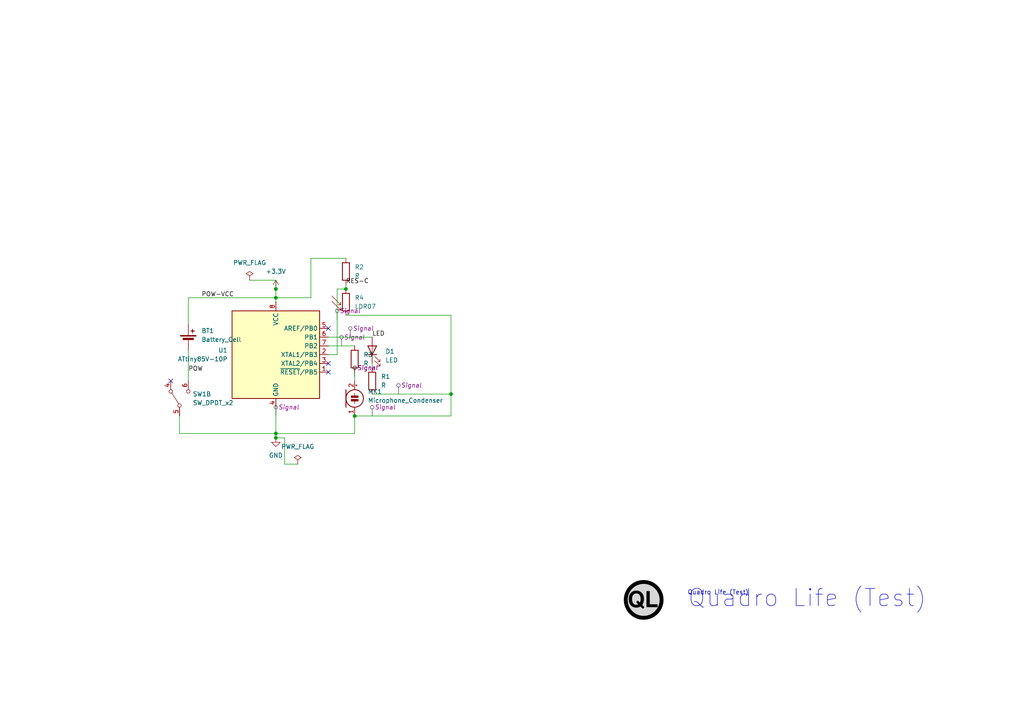
<source format=kicad_sch>
(kicad_sch (version 20230121) (generator eeschema)
  (paper "A4")
  (lib_symbols
    (symbol "Device:Battery_Cell" (pin_numbers hide) (pin_names (offset 0) hide)
      (property "Reference" "BT" (at 2.54 2.54 0))
      (property "Value" "Battery_Cell" (at 2.54 0 0))
      (symbol "Battery_Cell_0_1"
        (rectangle (start -2.286 1.778) (end 2.286 1.524) (fill (type outline)))
        (rectangle (start -1.524 1.016) (end 1.524 0.508) (fill (type outline)))
        (polyline (pts (xy 0 0.762) (xy 0 0)))
        (polyline (pts (xy 0 1.778) (xy 0 2.54)))
        (polyline (pts (xy 0.762 3.048) (xy 1.778 3.048)) (stroke (width 0.254)))
        (polyline (pts (xy 1.27 3.556) (xy 1.27 2.54)) (stroke (width 0.254)))
      )
      (symbol "Battery_Cell_1_1"
        (pin passive line (at 0 5.08 270) (length 2.54) (name "+") (number "1"))
        (pin passive line (at 0 -2.54 90) (length 2.54) (name "-") (number "2"))
      )
    )
    (symbol "Device:LED" (pin_numbers hide) (pin_names (offset 1.016) hide)
      (property "Reference" "D" (at 0 2.54 0))
      (property "Value" "LED" (at 0 -2.54 0))
      (symbol "LED_0_1"
        (polyline (pts (xy -1.27 -1.27) (xy -1.27 1.27)) (stroke (width 0.254)))
        (polyline (pts (xy -1.27 0) (xy 1.27 0)))
        (polyline (pts (xy 1.27 -1.27) (xy 1.27 1.27) (xy -1.27 0) (xy 1.27 -1.27)) (stroke (width 0.254)))
        (polyline (pts (xy -3.048 -0.762) (xy -4.572 -2.286) (xy -3.81 -2.286) (xy -4.572 -2.286) (xy -4.572 -1.524)))
        (polyline (pts (xy -1.778 -0.762) (xy -3.302 -2.286) (xy -2.54 -2.286) (xy -3.302 -2.286) (xy -3.302 -1.524)))
      )
      (symbol "LED_1_1"
        (pin passive line (at -3.81 0 0) (length 2.54) (name "K") (number "1"))
        (pin passive line (at 3.81 0 180) (length 2.54) (name "A") (number "2"))
      )
    )
    (symbol "Device:Microphone_Condenser" (pin_names (offset 0.0254) hide)
      (property "Reference" "MK" (at -3.302 1.27 0))
      (property "Value" "Microphone_Condenser" (at -3.302 -0.635 0))
      (symbol "Microphone_Condenser_0_1"
        (polyline (pts (xy -2.54 2.54) (xy -2.54 -2.54)) (stroke (width 0.254)))
        (polyline (pts (xy 0 -0.762) (xy 0 -1.524)))
        (polyline (pts (xy 0 0.762) (xy 0 1.524)))
        (polyline (pts (xy 0.254 3.81) (xy 0.762 3.81)))
        (polyline (pts (xy 0.508 4.064) (xy 0.508 3.556)))
        (circle (center 0 0) (radius 2.54) (stroke (width 0.254)))
        (rectangle (start 1.016 -0.254) (end -1.016 -0.762) (fill (type outline)))
        (rectangle (start 1.016 0.762) (end -1.016 0.254) (fill (type outline)))
      )
      (symbol "Microphone_Condenser_1_1"
        (pin passive line (at 0 -5.08 90) (length 2.54) (name "-") (number "1"))
        (pin passive line (at 0 5.08 270) (length 2.54) (name "+") (number "2"))
      )
    )
    (symbol "Device:R" (pin_numbers hide) (pin_names (offset 0))
      (property "Reference" "R" (at 2.032 0 90))
      (property "Value" "R" (at 0 0 90))
      (symbol "R_0_1"
        (rectangle (start -1.016 -2.54) (end 1.016 2.54) (stroke (width 0.254)))
      )
      (symbol "R_1_1"
        (pin passive line (at 0 3.81 270) (length 1.27) (name "~") (number "1"))
        (pin passive line (at 0 -3.81 90) (length 1.27) (name "~") (number "2"))
      )
    )
    (symbol "MCU_Microchip_ATtiny:ATtiny85V-10P"
      (property "Reference" "U" (at -12.7 13.97 0))
      (property "Value" "ATtiny85V-10P" (at 2.54 -13.97 0))
      (symbol "ATtiny85V-10P_0_1"
        (rectangle (start -12.7 -12.7) (end 12.7 12.7) (stroke (width 0.254)) (fill (type background)))
      )
      (symbol "ATtiny85V-10P_1_1"
        (pin bidirectional line (at 15.24 -5.08 180) (length 2.54) (name "~{RESET}/PB5") (number "1"))
        (pin bidirectional line (at 15.24 0 180) (length 2.54) (name "XTAL1/PB3") (number "2"))
        (pin bidirectional line (at 15.24 -2.54 180) (length 2.54) (name "XTAL2/PB4") (number "3"))
        (pin power_in line (at 0 -15.24 90) (length 2.54) (name "GND") (number "4"))
        (pin bidirectional line (at 15.24 7.62 180) (length 2.54) (name "AREF/PB0") (number "5"))
        (pin bidirectional line (at 15.24 5.08 180) (length 2.54) (name "PB1") (number "6"))
        (pin bidirectional line (at 15.24 2.54 180) (length 2.54) (name "PB2") (number "7"))
        (pin power_in line (at 0 15.24 270) (length 2.54) (name "VCC") (number "8"))
      )
    )
    (symbol "Sensor_Optical:LDR07" (pin_numbers hide) (pin_names (offset 0))
      (property "Reference" "R" (at -5.08 0 90))
      (property "Value" "LDR07" (at 1.905 0 90))
      (symbol "LDR07_0_1"
        (rectangle (start -1.016 2.54) (end 1.016 -2.54) (stroke (width 0.254)))
        (polyline (pts (xy -1.524 -2.286) (xy -4.064 0.254)))
        (polyline (pts (xy -1.524 -2.286) (xy -2.286 -2.286)))
        (polyline (pts (xy -1.524 -2.286) (xy -1.524 -1.524)))
        (polyline (pts (xy -1.524 -0.762) (xy -4.064 1.778)))
        (polyline (pts (xy -1.524 -0.762) (xy -2.286 -0.762)))
        (polyline (pts (xy -1.524 -0.762) (xy -1.524 0)))
      )
      (symbol "LDR07_1_1"
        (pin passive line (at 0 3.81 270) (length 1.27) (name "~") (number "1"))
        (pin passive line (at 0 -3.81 90) (length 1.27) (name "~") (number "2"))
      )
    )
    (symbol "Switch:SW_DPDT_x2" (pin_names (offset 0) hide)
      (property "Reference" "SW" (at 0 4.318 0))
      (property "Value" "SW_DPDT_x2" (at 0 -5.08 0))
      (symbol "SW_DPDT_x2_0_0"
        (circle (center -2.032 0) (radius 0.508))
        (circle (center 2.032 -2.54) (radius 0.508))
      )
      (symbol "SW_DPDT_x2_0_1"
        (polyline (pts (xy -1.524 0.254) (xy 1.651 2.286)))
        (circle (center 2.032 2.54) (radius 0.508))
      )
      (symbol "SW_DPDT_x2_1_1"
        (pin passive line (at 5.08 2.54 180) (length 2.54) (name "A") (number "1"))
        (pin passive line (at -5.08 0 0) (length 2.54) (name "B") (number "2"))
        (pin passive line (at 5.08 -2.54 180) (length 2.54) (name "C") (number "3"))
      )
      (symbol "SW_DPDT_x2_2_1"
        (pin passive line (at 5.08 2.54 180) (length 2.54) (name "A") (number "4"))
        (pin passive line (at -5.08 0 0) (length 2.54) (name "B") (number "5"))
        (pin passive line (at 5.08 -2.54 180) (length 2.54) (name "C") (number "6"))
      )
    )
    (symbol "power:+3.3V" (power) (pin_names (offset 0))
      (property "Value" "+3.3V" (at 0 3.556 0))
      (symbol "+3.3V_0_1"
        (polyline (pts (xy -0.762 1.27) (xy 0 2.54)))
        (polyline (pts (xy 0 0) (xy 0 2.54)))
        (polyline (pts (xy 0 2.54) (xy 0.762 1.27)))
      )
      (symbol "+3.3V_1_1"
        (pin power_in line (at 0 0 90) (length 0) hide (name "+3.3V") (number "1"))
      )
    )
    (symbol "power:GND" (power) (pin_names (offset 0))
      (property "Value" "GND" (at 0 -3.81 0))
      (symbol "GND_0_1"
        (polyline (pts (xy 0 0) (xy 0 -1.27) (xy 1.27 -1.27) (xy 0 -2.54) (xy -1.27 -1.27) (xy 0 -1.27)))
      )
      (symbol "GND_1_1"
        (pin power_in line (at 0 0 270) (length 0) hide (name "GND") (number "1"))
      )
    )
    (symbol "power:PWR_FLAG" (power) (pin_numbers hide) (pin_names (offset 0) hide)
      (property "Value" "PWR_FLAG" (at 0 3.81 0))
      (symbol "PWR_FLAG_0_0"
        (pin power_out line (at 0 0 90) (length 0) (name "pwr") (number "1"))
      )
      (symbol "PWR_FLAG_0_1"
        (polyline (pts (xy 0 0) (xy 0 1.27) (xy -1.016 1.905) (xy 0 2.54) (xy 1.016 1.905) (xy 0 1.27)))
      )
    )
  )
  (junction (at 100.33 83.82))
  (junction (at 80.01 83.82))
  (junction (at 80.01 86.36))
  (junction (at 130.81 114.3))
  (junction (at 80.01 127))
  (junction (at 102.87 120.65))
  (junction (at 80.01 125.73))
  (no_connect (at 95.25 95.25))
  (no_connect (at 95.25 107.95))
  (no_connect (at 49.53 110.49))
  (no_connect (at 95.25 105.41))
  (wire (pts (xy 95.25 97.79) (xy 107.95 97.79)))
  (wire (pts (xy 80.01 125.73) (xy 80.01 127)))
  (wire (pts (xy 100.33 82.55) (xy 100.33 83.82)))
  (wire (pts (xy 82.55 127) (xy 80.01 127)))
  (wire (pts (xy 52.07 125.73) (xy 80.01 125.73)))
  (wire (pts (xy 80.01 86.36) (xy 80.01 87.63)))
  (wire (pts (xy 102.87 120.65) (xy 102.87 125.73)))
  (wire (pts (xy 90.17 74.93) (xy 100.33 74.93)))
  (wire (pts (xy 100.33 91.44) (xy 130.81 91.44)))
  (wire (pts (xy 95.25 100.33) (xy 102.87 100.33)))
  (wire (pts (xy 97.79 83.82) (xy 97.79 102.87)))
  (wire (pts (xy 107.95 114.3) (xy 130.81 114.3)))
  (wire (pts (xy 107.95 105.41) (xy 107.95 106.68)))
  (wire (pts (xy 102.87 125.73) (xy 80.01 125.73)))
  (wire (pts (xy 97.79 102.87) (xy 95.25 102.87)))
  (wire (pts (xy 72.39 81.28) (xy 80.01 81.28)))
  (wire (pts (xy 80.01 118.11) (xy 80.01 125.73)))
  (wire (pts (xy 54.61 93.98) (xy 54.61 86.36)))
  (wire (pts (xy 80.01 86.36) (xy 90.17 86.36)))
  (wire (pts (xy 130.81 120.65) (xy 102.87 120.65)))
  (wire (pts (xy 52.07 120.65) (xy 52.07 125.73)))
  (wire (pts (xy 54.61 86.36) (xy 80.01 86.36)))
  (wire (pts (xy 130.81 91.44) (xy 130.81 114.3)))
  (wire (pts (xy 54.61 101.6) (xy 54.61 110.49)))
  (wire (pts (xy 82.55 134.62) (xy 82.55 127)))
  (wire (pts (xy 102.87 107.95) (xy 102.87 110.49)))
  (wire (pts (xy 130.81 114.3) (xy 130.81 120.65)))
  (wire (pts (xy 80.01 83.82) (xy 80.01 86.36)))
  (wire (pts (xy 80.01 81.28) (xy 80.01 83.82)))
  (wire (pts (xy 86.36 134.62) (xy 82.55 134.62)))
  (wire (pts (xy 90.17 86.36) (xy 90.17 74.93)))
  (wire (pts (xy 97.79 83.82) (xy 100.33 83.82)))
  (image (at 186.69 173.99) (scale 0.13276))
  (text "Quadro Life (Test)" (at 199.39 172.72 0) (effects (font (size 1.27 1.27)) (justify left bottom)))
  (text "Quadro Life (Test)" (at 199.39 176.53 0) (effects (font (size 5 5)) (justify left bottom)))
  (label "POW-VCC" (at 58.42 86.36 0))
  (label "POW" (at 54.61 107.95 0))
  (label "RES-C" (at 100.33 82.55 0))
  (label "LED" (at 107.95 97.79 0))
  (netclass_flag "" (length 2.54) (shape round) (at 115.57 114.3 0) (property "Netclass" "Signal" (at 116.2685 111.76 0) (effects (font italic) (justify left))))
  (netclass_flag "" (length 2.54) (shape round) (at 107.95 120.65 0) (property "Netclass" "Signal" (at 108.6485 118.11 0) (effects (font italic) (justify left))))
  (netclass_flag "" (length 2.54) (shape round) (at 80.01 120.65 0) (property "Netclass" "Signal" (at 80.7085 118.11 0) (effects (font italic) (justify left))))
  (netclass_flag "" (length 2.54) (shape round) (at 102.87 109.22 0) (property "Netclass" "Signal" (at 103.5685 106.68 0) (effects (font italic) (justify left))))
  (netclass_flag "" (length 2.54) (shape round) (at 99.06 100.33 0) (property "Netclass" "Signal" (at 99.7585 97.79 0) (effects (font italic) (justify left))))
  (netclass_flag "" (length 2.54) (shape round) (at 101.6 97.79 0) (property "Netclass" "Signal" (at 102.2985 95.25 0) (effects (font italic) (justify left))))
  (netclass_flag "" (length 2.54) (shape round) (at 102.87 109.22 0) (property "Netclass" "Signal" (at 103.5685 106.68 0) (effects (font italic) (justify left))))
  (netclass_flag "" (length 2.54) (shape round) (at 97.79 92.71 0) (property "Netclass" "Signal" (at 98.4885 90.17 0) (effects (font italic) (justify left))))
  (symbol (lib_id "Switch:SW_DPDT_x2") (at 52.07 115.57 90) (unit 2)
    (property "Reference" "SW1" (at 55.88 114.3 90) (effects (justify right)))
    (property "Value" "SW_DPDT_x2" (at 55.88 116.84 90) (effects (justify right)))
    (property "Footprint" "Button_Switch_THT:SW_CuK_JS202011AQN_DPDT_Angled" (effects hide))
  )
  (symbol (lib_id "power:+3.3V") (at 80.01 83.82 0) (unit 1)
    (property "Reference" "#PWR02" (effects hide))
    (property "Value" "+3.3V" (at 80.01 78.74 0))
  )
  (symbol (lib_id "Sensor_Optical:LDR07") (at 100.33 87.63 0) (unit 1)
    (property "Reference" "R4" (at 102.87 86.36 0) (effects (justify left)))
    (property "Value" "LDR07" (at 102.87 88.9 0) (effects (justify left)))
    (property "Footprint" "Resistor_THT:R_Axial_DIN0309_L9.0mm_D3.2mm_P25.40mm_Horizontal" (effects hide))
    (property "Datasheet" "http://www.tme.eu/de/Document/f2e3ad76a925811312d226c31da4cd7e/LDR07.pdf" (effects hide))
  )
  (symbol (lib_id "power:PWR_FLAG") (at 72.39 81.28 0) (unit 1)
    (property "Reference" "#FLG01" (effects hide))
    (property "Value" "PWR_FLAG" (at 72.39 76.2 0))
  )
  (symbol (lib_id "MCU_Microchip_ATtiny:ATtiny85V-10P") (at 80.01 102.87 0) (unit 1)
    (property "Reference" "U1" (at 66.04 101.6 0) (effects (justify right)))
    (property "Value" "ATtiny85V-10P" (at 66.04 104.14 0) (effects (justify right)))
    (property "Footprint" "Package_DIP:DIP-8_W7.62mm" (effects hide))
    (property "Datasheet" "http://ww1.microchip.com/downloads/en/DeviceDoc/atmel-2586-avr-8-bit-microcontroller-attiny25-attiny45-attiny85_datasheet.pdf" (effects hide))
  )
  (symbol (lib_id "Device:R") (at 100.33 78.74 180) (unit 1)
    (property "Reference" "R2" (at 102.87 77.47 0) (effects (justify right)))
    (property "Value" "R" (at 102.87 80.01 0) (effects (justify right)))
    (property "Footprint" "Resistor_THT:R_Axial_DIN0309_L9.0mm_D3.2mm_P25.40mm_Horizontal" (effects hide))
  )
  (symbol (lib_id "Device:R") (at 107.95 110.49 0) (unit 1)
    (property "Reference" "R1" (at 110.49 109.22 0) (effects (justify left)))
    (property "Value" "R" (at 110.49 111.76 0) (effects (justify left)))
    (property "Footprint" "Resistor_THT:R_Axial_DIN0309_L9.0mm_D3.2mm_P25.40mm_Horizontal" (effects hide))
  )
  (symbol (lib_id "Device:Battery_Cell") (at 54.61 99.06 0) (unit 1)
    (property "Reference" "BT1" (at 58.42 95.9485 0) (effects (justify left)))
    (property "Value" "Battery_Cell" (at 58.42 98.4885 0) (effects (justify left)))
    (property "Footprint" "Battery:BatteryHolder_ComfortableElectronic_CH273-2450_1x2450" (effects hide))
  )
  (symbol (lib_id "power:GND") (at 80.01 127 0) (unit 1)
    (property "Reference" "#PWR01" (effects hide))
    (property "Value" "GND" (at 80.01 132.08 0))
  )
  (symbol (lib_id "Device:R") (at 102.87 104.14 0) (unit 1)
    (property "Reference" "R3" (at 105.41 102.87 0) (effects (justify left)))
    (property "Value" "R" (at 105.41 105.41 0) (effects (justify left)))
    (property "Footprint" "Resistor_THT:R_Axial_DIN0309_L9.0mm_D3.2mm_P25.40mm_Horizontal" (effects hide))
  )
  (symbol (lib_id "Device:Microphone_Condenser") (at 102.87 115.57 0) (unit 1)
    (property "Reference" "MK1" (at 106.68 113.6015 0) (effects (justify left)))
    (property "Value" "Microphone_Condenser" (at 106.68 116.1415 0) (effects (justify left)))
    (property "Footprint" "Connector_PinHeader_2.54mm:PinHeader_1x02_P2.54mm_Vertical" (effects hide))
  )
  (symbol (lib_id "power:PWR_FLAG") (at 86.36 134.62 0) (unit 1)
    (property "Reference" "#FLG02" (effects hide))
    (property "Value" "PWR_FLAG" (at 86.36 129.54 0))
  )
  (symbol (lib_id "Device:LED") (at 107.95 101.6 90) (unit 1)
    (property "Reference" "D1" (at 111.76 101.9175 90) (effects (justify right)))
    (property "Value" "LED" (at 111.76 104.4575 90) (effects (justify right)))
    (property "Footprint" "LED_THT:LED_D4.0mm" (effects hide))
  )
)
</source>
